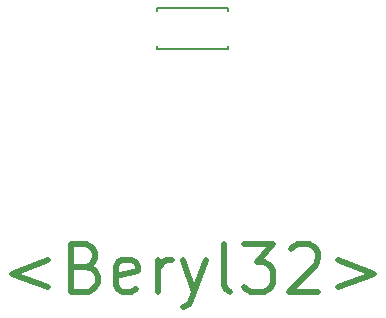
<source format=gbr>
G04 #@! TF.GenerationSoftware,KiCad,Pcbnew,(5.1.7)-1*
G04 #@! TF.CreationDate,2021-03-21T19:43:21+09:00*
G04 #@! TF.ProjectId,Beryl32,42657279-6c33-4322-9e6b-696361645f70,rev?*
G04 #@! TF.SameCoordinates,Original*
G04 #@! TF.FileFunction,Legend,Top*
G04 #@! TF.FilePolarity,Positive*
%FSLAX46Y46*%
G04 Gerber Fmt 4.6, Leading zero omitted, Abs format (unit mm)*
G04 Created by KiCad (PCBNEW (5.1.7)-1) date 2021-03-21 19:43:21*
%MOMM*%
%LPD*%
G01*
G04 APERTURE LIST*
%ADD10C,0.500000*%
%ADD11C,0.150000*%
G04 APERTURE END LIST*
D10*
X196714285Y-165142857D02*
X193666666Y-166285714D01*
X196714285Y-167428571D01*
X199952380Y-165714285D02*
X200523809Y-165904761D01*
X200714285Y-166095238D01*
X200904761Y-166476190D01*
X200904761Y-167047619D01*
X200714285Y-167428571D01*
X200523809Y-167619047D01*
X200142857Y-167809523D01*
X198619047Y-167809523D01*
X198619047Y-163809523D01*
X199952380Y-163809523D01*
X200333333Y-164000000D01*
X200523809Y-164190476D01*
X200714285Y-164571428D01*
X200714285Y-164952380D01*
X200523809Y-165333333D01*
X200333333Y-165523809D01*
X199952380Y-165714285D01*
X198619047Y-165714285D01*
X204142857Y-167619047D02*
X203761904Y-167809523D01*
X203000000Y-167809523D01*
X202619047Y-167619047D01*
X202428571Y-167238095D01*
X202428571Y-165714285D01*
X202619047Y-165333333D01*
X203000000Y-165142857D01*
X203761904Y-165142857D01*
X204142857Y-165333333D01*
X204333333Y-165714285D01*
X204333333Y-166095238D01*
X202428571Y-166476190D01*
X206047619Y-167809523D02*
X206047619Y-165142857D01*
X206047619Y-165904761D02*
X206238095Y-165523809D01*
X206428571Y-165333333D01*
X206809523Y-165142857D01*
X207190476Y-165142857D01*
X208142857Y-165142857D02*
X209095238Y-167809523D01*
X210047619Y-165142857D02*
X209095238Y-167809523D01*
X208714285Y-168761904D01*
X208523809Y-168952380D01*
X208142857Y-169142857D01*
X212142857Y-167809523D02*
X211761904Y-167619047D01*
X211571428Y-167238095D01*
X211571428Y-163809523D01*
X213285714Y-163809523D02*
X215761904Y-163809523D01*
X214428571Y-165333333D01*
X215000000Y-165333333D01*
X215380952Y-165523809D01*
X215571428Y-165714285D01*
X215761904Y-166095238D01*
X215761904Y-167047619D01*
X215571428Y-167428571D01*
X215380952Y-167619047D01*
X215000000Y-167809523D01*
X213857142Y-167809523D01*
X213476190Y-167619047D01*
X213285714Y-167428571D01*
X217285714Y-164190476D02*
X217476190Y-164000000D01*
X217857142Y-163809523D01*
X218809523Y-163809523D01*
X219190476Y-164000000D01*
X219380952Y-164190476D01*
X219571428Y-164571428D01*
X219571428Y-164952380D01*
X219380952Y-165523809D01*
X217095238Y-167809523D01*
X219571428Y-167809523D01*
X221285714Y-165142857D02*
X224333333Y-166285714D01*
X221285714Y-167428571D01*
D11*
X205915000Y-147292000D02*
X211915000Y-147292000D01*
X211915000Y-147292000D02*
X211915000Y-147042000D01*
X205915000Y-147292000D02*
X205915000Y-147042000D01*
X205915000Y-143792000D02*
X205915000Y-144042000D01*
X205915000Y-143792000D02*
X211915000Y-143792000D01*
X211915000Y-143792000D02*
X211915000Y-144042000D01*
M02*

</source>
